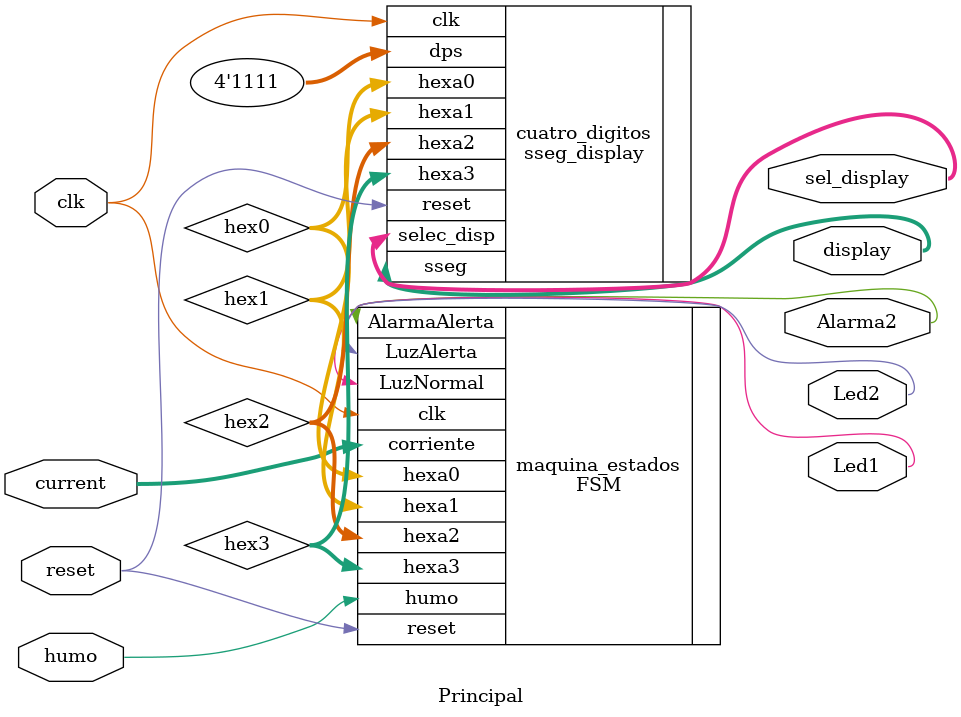
<source format=v>
`timescale 1ns / 1ps
module Principal
#(parameter N = 3)
(
	input wire clk,reset, //	Clock y reset
	input wire humo,// Banderas de entrada
	input wire [N-1:0] current,
	output wire Led1,Led2, Alarma2,// Salidas
	output wire [3:0] sel_display,
	output wire [7:0] display
);

wire [3:0] hex3,hex2,hex1,hex0;

// Instantiate the module
FSM maquina_estados (
    .clk(clk), 
    .reset(reset), 
    .humo(humo), 
    .corriente(current), 
    .LuzNormal(Led1), 
    .LuzAlerta(Led2), 
    .AlarmaAlerta(Alarma2), 
    .hexa3(hex3), 
    .hexa2(hex2), 
    .hexa1(hex1), 
    .hexa0(hex0)
    );
	 
	 
// Instantiate the module
sseg_display cuatro_digitos (
    .clk(clk), 
    .reset(reset), 
    .hexa3(hex3), 
    .hexa2(hex2), 
    .hexa1(hex1), 
    .hexa0(hex0), 
    .dps(4'hf), 
    .selec_disp(sel_display), 
    .sseg(display)
    );
	 

endmodule

</source>
